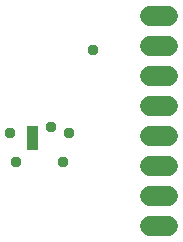
<source format=gbr>
G04 EAGLE Gerber X2 export*
%TF.Part,Single*%
%TF.FileFunction,Soldermask,Top,1*%
%TF.FilePolarity,Negative*%
%TF.GenerationSoftware,Autodesk,EAGLE,8.7.1*%
%TF.CreationDate,2018-04-13T05:08:31Z*%
G75*
%MOMM*%
%FSLAX34Y34*%
%LPD*%
%AMOC8*
5,1,8,0,0,1.08239X$1,22.5*%
G01*
%ADD10C,1.727200*%
%ADD11R,0.553200X0.553200*%
%ADD12C,0.959600*%


D10*
X174020Y36200D02*
X158780Y36200D01*
X158780Y61600D02*
X174020Y61600D01*
X174020Y87000D02*
X158780Y87000D01*
X158780Y112400D02*
X174020Y112400D01*
X174020Y137800D02*
X158780Y137800D01*
X158780Y163200D02*
X174020Y163200D01*
X174020Y188600D02*
X158780Y188600D01*
X158780Y214000D02*
X174020Y214000D01*
D11*
X56489Y103186D03*
X56489Y108186D03*
X56489Y113186D03*
X56489Y118186D03*
X61489Y103186D03*
X61489Y108186D03*
X61489Y113186D03*
X61489Y118186D03*
D12*
X45000Y90000D03*
X85000Y90000D03*
X40000Y115000D03*
X110000Y185000D03*
X75000Y120000D03*
X90000Y115000D03*
M02*

</source>
